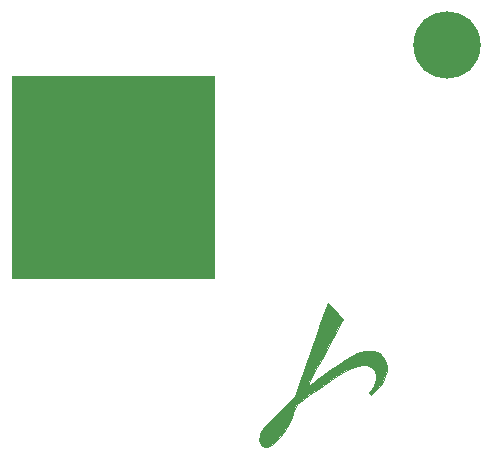
<source format=gbs>
G04 #@! TF.GenerationSoftware,KiCad,Pcbnew,(5.1.9)-1*
G04 #@! TF.CreationDate,2021-03-26T23:54:28-07:00*
G04 #@! TF.ProjectId,mole-diamond-keychain-alt_rotated,6d6f6c65-2d64-4696-916d-6f6e642d6b65,A*
G04 #@! TF.SameCoordinates,PX6d9f5PYfff9260b*
G04 #@! TF.FileFunction,Soldermask,Bot*
G04 #@! TF.FilePolarity,Negative*
%FSLAX46Y46*%
G04 Gerber Fmt 4.6, Leading zero omitted, Abs format (unit mm)*
G04 Created by KiCad (PCBNEW (5.1.9)-1) date 2021-03-26 23:54:28*
%MOMM*%
%LPD*%
G01*
G04 APERTURE LIST*
%ADD10C,0.010000*%
%ADD11C,5.702000*%
G04 APERTURE END LIST*
D10*
G36*
X8980346Y34603816D02*
G01*
X419065Y34603815D01*
X419378Y26072468D01*
X419690Y17541120D01*
X8980660Y17541433D01*
X17541628Y17541747D01*
X17541628Y34603815D01*
X8980346Y34603816D01*
G37*
X8980346Y34603816D02*
X419065Y34603815D01*
X419378Y26072468D01*
X419690Y17541120D01*
X8980660Y17541433D01*
X17541628Y17541747D01*
X17541628Y34603815D01*
X8980346Y34603816D01*
G36*
X31648624Y11038412D02*
G01*
X31515357Y11117105D01*
X31361594Y11213389D01*
X31077625Y11320827D01*
X30700245Y11364777D01*
X30294159Y11342373D01*
X29990403Y11274197D01*
X29655457Y11133303D01*
X29208710Y10895293D01*
X28668376Y10571542D01*
X28052669Y10173428D01*
X27379800Y9712325D01*
X26667981Y9199611D01*
X26661624Y9194923D01*
X26214067Y8866432D01*
X25885962Y8630766D01*
X25661734Y8478576D01*
X25525802Y8400512D01*
X25462586Y8387224D01*
X25456510Y8429363D01*
X25476533Y8483681D01*
X25541052Y8612260D01*
X25677615Y8870233D01*
X25876090Y9238939D01*
X26126345Y9699714D01*
X26418248Y10233893D01*
X26741670Y10822816D01*
X27040755Y11365106D01*
X28500386Y14006459D01*
X27154529Y15352316D01*
X26860234Y14539046D01*
X26764591Y14272099D01*
X26621450Y13869007D01*
X26439171Y13353482D01*
X26226113Y12749236D01*
X25990637Y12079978D01*
X25741105Y11369422D01*
X25485875Y10641276D01*
X25479074Y10621855D01*
X24392210Y7517933D01*
X23049144Y6166922D01*
X22559219Y5670152D01*
X22177715Y5271153D01*
X21890611Y4950731D01*
X21683884Y4689689D01*
X21543512Y4468832D01*
X21455474Y4268962D01*
X21405748Y4070887D01*
X21382792Y3885680D01*
X21420742Y3553355D01*
X21589221Y3321342D01*
X21872844Y3206738D01*
X22001927Y3197515D01*
X22321931Y3270018D01*
X22528375Y3419423D01*
X23030212Y3940096D01*
X23444450Y4472365D01*
X23801030Y5062185D01*
X24129894Y5755516D01*
X24266377Y6087188D01*
X24572778Y6858418D01*
X25128654Y7260435D01*
X25677307Y7650905D01*
X26265007Y8058174D01*
X26861170Y8461937D01*
X27435208Y8841888D01*
X27956534Y9177719D01*
X28394562Y9449126D01*
X28649098Y9597671D01*
X29225029Y9897573D01*
X29695985Y10089058D01*
X30084169Y10175514D01*
X30411781Y10160329D01*
X30701023Y10046893D01*
X30862400Y9935466D01*
X31147629Y9616884D01*
X31273482Y9247370D01*
X31239907Y8833343D01*
X31046852Y8381225D01*
X30877104Y8124631D01*
X30735799Y7908300D01*
X30702308Y7771019D01*
X30749508Y7686288D01*
X30842622Y7635014D01*
X30958579Y7684417D01*
X31120859Y7831761D01*
X31496226Y8265611D01*
X31807340Y8739688D01*
X32037293Y9218354D01*
X32169175Y9665974D01*
X32186081Y10046909D01*
X32182614Y10069608D01*
X32109003Y10313896D01*
X31979747Y10592008D01*
X31827428Y10844828D01*
X31684630Y11013242D01*
X31648624Y11038412D01*
G37*
X31648624Y11038412D02*
X31515357Y11117105D01*
X31361594Y11213389D01*
X31077625Y11320827D01*
X30700245Y11364777D01*
X30294159Y11342373D01*
X29990403Y11274197D01*
X29655457Y11133303D01*
X29208710Y10895293D01*
X28668376Y10571542D01*
X28052669Y10173428D01*
X27379800Y9712325D01*
X26667981Y9199611D01*
X26661624Y9194923D01*
X26214067Y8866432D01*
X25885962Y8630766D01*
X25661734Y8478576D01*
X25525802Y8400512D01*
X25462586Y8387224D01*
X25456510Y8429363D01*
X25476533Y8483681D01*
X25541052Y8612260D01*
X25677615Y8870233D01*
X25876090Y9238939D01*
X26126345Y9699714D01*
X26418248Y10233893D01*
X26741670Y10822816D01*
X27040755Y11365106D01*
X28500386Y14006459D01*
X27154529Y15352316D01*
X26860234Y14539046D01*
X26764591Y14272099D01*
X26621450Y13869007D01*
X26439171Y13353482D01*
X26226113Y12749236D01*
X25990637Y12079978D01*
X25741105Y11369422D01*
X25485875Y10641276D01*
X25479074Y10621855D01*
X24392210Y7517933D01*
X23049144Y6166922D01*
X22559219Y5670152D01*
X22177715Y5271153D01*
X21890611Y4950731D01*
X21683884Y4689689D01*
X21543512Y4468832D01*
X21455474Y4268962D01*
X21405748Y4070887D01*
X21382792Y3885680D01*
X21420742Y3553355D01*
X21589221Y3321342D01*
X21872844Y3206738D01*
X22001927Y3197515D01*
X22321931Y3270018D01*
X22528375Y3419423D01*
X23030212Y3940096D01*
X23444450Y4472365D01*
X23801030Y5062185D01*
X24129894Y5755516D01*
X24266377Y6087188D01*
X24572778Y6858418D01*
X25128654Y7260435D01*
X25677307Y7650905D01*
X26265007Y8058174D01*
X26861170Y8461937D01*
X27435208Y8841888D01*
X27956534Y9177719D01*
X28394562Y9449126D01*
X28649098Y9597671D01*
X29225029Y9897573D01*
X29695985Y10089058D01*
X30084169Y10175514D01*
X30411781Y10160329D01*
X30701023Y10046893D01*
X30862400Y9935466D01*
X31147629Y9616884D01*
X31273482Y9247370D01*
X31239907Y8833343D01*
X31046852Y8381225D01*
X30877104Y8124631D01*
X30735799Y7908300D01*
X30702308Y7771019D01*
X30749508Y7686288D01*
X30842622Y7635014D01*
X30958579Y7684417D01*
X31120859Y7831761D01*
X31496226Y8265611D01*
X31807340Y8739688D01*
X32037293Y9218354D01*
X32169175Y9665974D01*
X32186081Y10046909D01*
X32182614Y10069608D01*
X32109003Y10313896D01*
X31979747Y10592008D01*
X31827428Y10844828D01*
X31684630Y11013242D01*
X31648624Y11038412D01*
G36*
X8980346Y34603816D02*
G01*
X419065Y34603815D01*
X419378Y26072468D01*
X419690Y17541120D01*
X8980660Y17541433D01*
X17541628Y17541747D01*
X17541628Y34603815D01*
X8980346Y34603816D01*
G37*
X8980346Y34603816D02*
X419065Y34603815D01*
X419378Y26072468D01*
X419690Y17541120D01*
X8980660Y17541433D01*
X17541628Y17541747D01*
X17541628Y34603815D01*
X8980346Y34603816D01*
G36*
X31648624Y11038412D02*
G01*
X31515357Y11117105D01*
X31361594Y11213389D01*
X31077625Y11320827D01*
X30700245Y11364777D01*
X30294159Y11342373D01*
X29990403Y11274197D01*
X29655457Y11133303D01*
X29208710Y10895293D01*
X28668376Y10571542D01*
X28052669Y10173428D01*
X27379800Y9712325D01*
X26667981Y9199611D01*
X26661624Y9194923D01*
X26214067Y8866432D01*
X25885962Y8630766D01*
X25661734Y8478576D01*
X25525802Y8400512D01*
X25462586Y8387224D01*
X25456510Y8429363D01*
X25476533Y8483681D01*
X25541052Y8612260D01*
X25677615Y8870233D01*
X25876090Y9238939D01*
X26126345Y9699714D01*
X26418248Y10233893D01*
X26741670Y10822816D01*
X27040755Y11365106D01*
X28500386Y14006459D01*
X27154529Y15352316D01*
X26860234Y14539046D01*
X26764591Y14272099D01*
X26621450Y13869007D01*
X26439171Y13353482D01*
X26226113Y12749236D01*
X25990637Y12079978D01*
X25741105Y11369422D01*
X25485875Y10641276D01*
X25479074Y10621855D01*
X24392210Y7517933D01*
X23049144Y6166922D01*
X22559219Y5670152D01*
X22177715Y5271153D01*
X21890611Y4950731D01*
X21683884Y4689689D01*
X21543512Y4468832D01*
X21455474Y4268962D01*
X21405748Y4070887D01*
X21382792Y3885680D01*
X21420742Y3553355D01*
X21589221Y3321342D01*
X21872844Y3206738D01*
X22001927Y3197515D01*
X22321931Y3270018D01*
X22528375Y3419423D01*
X23030212Y3940096D01*
X23444450Y4472365D01*
X23801030Y5062185D01*
X24129894Y5755516D01*
X24266377Y6087188D01*
X24572778Y6858418D01*
X25128654Y7260435D01*
X25677307Y7650905D01*
X26265007Y8058174D01*
X26861170Y8461937D01*
X27435208Y8841888D01*
X27956534Y9177719D01*
X28394562Y9449126D01*
X28649098Y9597671D01*
X29225029Y9897573D01*
X29695985Y10089058D01*
X30084169Y10175514D01*
X30411781Y10160329D01*
X30701023Y10046893D01*
X30862400Y9935466D01*
X31147629Y9616884D01*
X31273482Y9247370D01*
X31239907Y8833343D01*
X31046852Y8381225D01*
X30877104Y8124631D01*
X30735799Y7908300D01*
X30702308Y7771019D01*
X30749508Y7686288D01*
X30842622Y7635014D01*
X30958579Y7684417D01*
X31120859Y7831761D01*
X31496226Y8265611D01*
X31807340Y8739688D01*
X32037293Y9218354D01*
X32169175Y9665974D01*
X32186081Y10046909D01*
X32182614Y10069608D01*
X32109003Y10313896D01*
X31979747Y10592008D01*
X31827428Y10844828D01*
X31684630Y11013242D01*
X31648624Y11038412D01*
G37*
X31648624Y11038412D02*
X31515357Y11117105D01*
X31361594Y11213389D01*
X31077625Y11320827D01*
X30700245Y11364777D01*
X30294159Y11342373D01*
X29990403Y11274197D01*
X29655457Y11133303D01*
X29208710Y10895293D01*
X28668376Y10571542D01*
X28052669Y10173428D01*
X27379800Y9712325D01*
X26667981Y9199611D01*
X26661624Y9194923D01*
X26214067Y8866432D01*
X25885962Y8630766D01*
X25661734Y8478576D01*
X25525802Y8400512D01*
X25462586Y8387224D01*
X25456510Y8429363D01*
X25476533Y8483681D01*
X25541052Y8612260D01*
X25677615Y8870233D01*
X25876090Y9238939D01*
X26126345Y9699714D01*
X26418248Y10233893D01*
X26741670Y10822816D01*
X27040755Y11365106D01*
X28500386Y14006459D01*
X27154529Y15352316D01*
X26860234Y14539046D01*
X26764591Y14272099D01*
X26621450Y13869007D01*
X26439171Y13353482D01*
X26226113Y12749236D01*
X25990637Y12079978D01*
X25741105Y11369422D01*
X25485875Y10641276D01*
X25479074Y10621855D01*
X24392210Y7517933D01*
X23049144Y6166922D01*
X22559219Y5670152D01*
X22177715Y5271153D01*
X21890611Y4950731D01*
X21683884Y4689689D01*
X21543512Y4468832D01*
X21455474Y4268962D01*
X21405748Y4070887D01*
X21382792Y3885680D01*
X21420742Y3553355D01*
X21589221Y3321342D01*
X21872844Y3206738D01*
X22001927Y3197515D01*
X22321931Y3270018D01*
X22528375Y3419423D01*
X23030212Y3940096D01*
X23444450Y4472365D01*
X23801030Y5062185D01*
X24129894Y5755516D01*
X24266377Y6087188D01*
X24572778Y6858418D01*
X25128654Y7260435D01*
X25677307Y7650905D01*
X26265007Y8058174D01*
X26861170Y8461937D01*
X27435208Y8841888D01*
X27956534Y9177719D01*
X28394562Y9449126D01*
X28649098Y9597671D01*
X29225029Y9897573D01*
X29695985Y10089058D01*
X30084169Y10175514D01*
X30411781Y10160329D01*
X30701023Y10046893D01*
X30862400Y9935466D01*
X31147629Y9616884D01*
X31273482Y9247370D01*
X31239907Y8833343D01*
X31046852Y8381225D01*
X30877104Y8124631D01*
X30735799Y7908300D01*
X30702308Y7771019D01*
X30749508Y7686288D01*
X30842622Y7635014D01*
X30958579Y7684417D01*
X31120859Y7831761D01*
X31496226Y8265611D01*
X31807340Y8739688D01*
X32037293Y9218354D01*
X32169175Y9665974D01*
X32186081Y10046909D01*
X32182614Y10069608D01*
X32109003Y10313896D01*
X31979747Y10592008D01*
X31827428Y10844828D01*
X31684630Y11013242D01*
X31648624Y11038412D01*
D11*
X37268063Y37268070D03*
M02*

</source>
